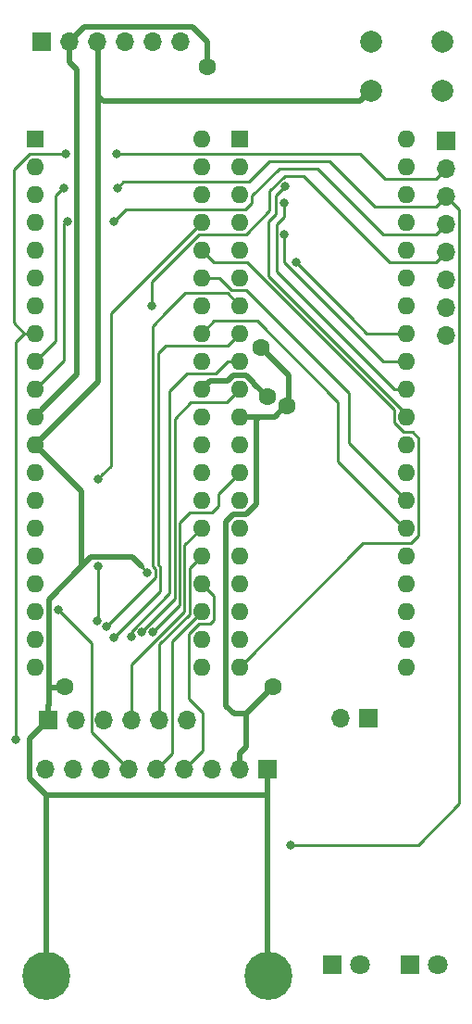
<source format=gbr>
%TF.GenerationSoftware,KiCad,Pcbnew,(5.1.10)-1*%
%TF.CreationDate,2021-10-22T16:43:04-07:00*%
%TF.ProjectId,z80_ssd,7a38305f-7373-4642-9e6b-696361645f70,rev?*%
%TF.SameCoordinates,Original*%
%TF.FileFunction,Copper,L1,Top*%
%TF.FilePolarity,Positive*%
%FSLAX46Y46*%
G04 Gerber Fmt 4.6, Leading zero omitted, Abs format (unit mm)*
G04 Created by KiCad (PCBNEW (5.1.10)-1) date 2021-10-22 16:43:04*
%MOMM*%
%LPD*%
G01*
G04 APERTURE LIST*
%TA.AperFunction,ComponentPad*%
%ADD10C,1.800000*%
%TD*%
%TA.AperFunction,ComponentPad*%
%ADD11R,1.800000X1.800000*%
%TD*%
%TA.AperFunction,ComponentPad*%
%ADD12C,4.400000*%
%TD*%
%TA.AperFunction,ComponentPad*%
%ADD13O,1.600000X1.600000*%
%TD*%
%TA.AperFunction,ComponentPad*%
%ADD14R,1.600000X1.600000*%
%TD*%
%TA.AperFunction,ComponentPad*%
%ADD15O,1.700000X1.700000*%
%TD*%
%TA.AperFunction,ComponentPad*%
%ADD16R,1.700000X1.700000*%
%TD*%
%TA.AperFunction,ComponentPad*%
%ADD17C,2.000000*%
%TD*%
%TA.AperFunction,ViaPad*%
%ADD18C,1.600000*%
%TD*%
%TA.AperFunction,ViaPad*%
%ADD19C,0.800000*%
%TD*%
%TA.AperFunction,Conductor*%
%ADD20C,0.500000*%
%TD*%
%TA.AperFunction,Conductor*%
%ADD21C,0.250000*%
%TD*%
G04 APERTURE END LIST*
D10*
%TO.P,D2,2*%
%TO.N,+5V*%
X180594000Y-132842000D03*
D11*
%TO.P,D2,1*%
%TO.N,Net-(D2-Pad1)*%
X178054000Y-132842000D03*
%TD*%
D12*
%TO.P,H2,1*%
%TO.N,GND*%
X165100000Y-133858000D03*
%TD*%
%TO.P,H1,1*%
%TO.N,GND*%
X144780000Y-133858000D03*
%TD*%
D10*
%TO.P,D1,2*%
%TO.N,+5V*%
X173482000Y-132842000D03*
D11*
%TO.P,D1,1*%
%TO.N,Net-(D1-Pad1)*%
X170942000Y-132842000D03*
%TD*%
D13*
%TO.P,U1,40*%
%TO.N,N/C*%
X177740000Y-57404000D03*
%TO.P,U1,20*%
%TO.N,/CPU_IORQ#*%
X162500000Y-105664000D03*
%TO.P,U1,39*%
%TO.N,N/C*%
X177740000Y-59944000D03*
%TO.P,U1,19*%
X162500000Y-103124000D03*
%TO.P,U1,38*%
X177740000Y-62484000D03*
%TO.P,U1,18*%
X162500000Y-100584000D03*
%TO.P,U1,37*%
%TO.N,/CPU_A7*%
X177740000Y-65024000D03*
%TO.P,U1,17*%
%TO.N,N/C*%
X162500000Y-98044000D03*
%TO.P,U1,36*%
%TO.N,/CPU_A6*%
X177740000Y-67564000D03*
%TO.P,U1,16*%
%TO.N,N/C*%
X162500000Y-95504000D03*
%TO.P,U1,35*%
%TO.N,/CPU_A5*%
X177740000Y-70104000D03*
%TO.P,U1,15*%
%TO.N,/CPU_D1*%
X162500000Y-92964000D03*
%TO.P,U1,34*%
%TO.N,/CPU_A4*%
X177740000Y-72644000D03*
%TO.P,U1,14*%
%TO.N,/CPU_D0*%
X162500000Y-90424000D03*
%TO.P,U1,33*%
%TO.N,/CPU_A3*%
X177740000Y-75184000D03*
%TO.P,U1,13*%
%TO.N,/CPU_D7*%
X162500000Y-87884000D03*
%TO.P,U1,32*%
%TO.N,/CPU_A2*%
X177740000Y-77724000D03*
%TO.P,U1,12*%
%TO.N,/CPU_D2*%
X162500000Y-85344000D03*
%TO.P,U1,31*%
%TO.N,/CPU_A1*%
X177740000Y-80264000D03*
%TO.P,U1,11*%
%TO.N,+5V*%
X162500000Y-82804000D03*
%TO.P,U1,30*%
%TO.N,/CPU_A0*%
X177740000Y-82804000D03*
%TO.P,U1,10*%
%TO.N,/CPU_D6*%
X162500000Y-80264000D03*
%TO.P,U1,29*%
%TO.N,GND*%
X177740000Y-85344000D03*
%TO.P,U1,9*%
%TO.N,/CPU_D5*%
X162500000Y-77724000D03*
%TO.P,U1,28*%
%TO.N,N/C*%
X177740000Y-87884000D03*
%TO.P,U1,8*%
%TO.N,/CPU_D3*%
X162500000Y-75184000D03*
%TO.P,U1,27*%
%TO.N,/CPU_M1#*%
X177740000Y-90424000D03*
%TO.P,U1,7*%
%TO.N,/CPU_D4*%
X162500000Y-72644000D03*
%TO.P,U1,26*%
%TO.N,/CPU_RESET#*%
X177740000Y-92964000D03*
%TO.P,U1,6*%
%TO.N,N/C*%
X162500000Y-70104000D03*
%TO.P,U1,25*%
X177740000Y-95504000D03*
%TO.P,U1,5*%
X162500000Y-67564000D03*
%TO.P,U1,24*%
%TO.N,/CPU_WAIT#*%
X177740000Y-98044000D03*
%TO.P,U1,4*%
%TO.N,N/C*%
X162500000Y-65024000D03*
%TO.P,U1,23*%
X177740000Y-100584000D03*
%TO.P,U1,3*%
X162500000Y-62484000D03*
%TO.P,U1,22*%
%TO.N,/CPU_WR#*%
X177740000Y-103124000D03*
%TO.P,U1,2*%
%TO.N,N/C*%
X162500000Y-59944000D03*
%TO.P,U1,21*%
%TO.N,/CPU_RD#*%
X177740000Y-105664000D03*
D14*
%TO.P,U1,1*%
%TO.N,N/C*%
X162500000Y-57404000D03*
%TD*%
D13*
%TO.P,U2,40*%
%TO.N,Net-(J1-Pad4)*%
X159004000Y-57404000D03*
%TO.P,U2,20*%
%TO.N,/MCU_D1*%
X143764000Y-105664000D03*
%TO.P,U2,39*%
%TO.N,/ICSP_PGC*%
X159004000Y-59944000D03*
%TO.P,U2,19*%
%TO.N,/MCU_D0*%
X143764000Y-103124000D03*
%TO.P,U2,38*%
%TO.N,/SD_CS#*%
X159004000Y-62484000D03*
%TO.P,U2,18*%
%TO.N,/SD_SCK*%
X143764000Y-100584000D03*
%TO.P,U2,37*%
%TO.N,/CPU_D_CE#*%
X159004000Y-65024000D03*
%TO.P,U2,17*%
%TO.N,/CPU_RD#*%
X143764000Y-98044000D03*
%TO.P,U2,36*%
%TO.N,/CPU_IORQ#*%
X159004000Y-67564000D03*
%TO.P,U2,16*%
%TO.N,/CPU_WR#*%
X143764000Y-95504000D03*
%TO.P,U2,35*%
%TO.N,/CPU_M1#*%
X159004000Y-70104000D03*
%TO.P,U2,15*%
%TO.N,/MCU_WAIT#*%
X143764000Y-92964000D03*
%TO.P,U2,34*%
%TO.N,/MCU_RB1*%
X159004000Y-72644000D03*
%TO.P,U2,14*%
%TO.N,/CPU_A6*%
X143764000Y-90424000D03*
%TO.P,U2,33*%
%TO.N,/CPU_RESET#*%
X159004000Y-75184000D03*
%TO.P,U2,13*%
%TO.N,/CPU_A7*%
X143764000Y-87884000D03*
%TO.P,U2,32*%
%TO.N,+5V*%
X159004000Y-77724000D03*
%TO.P,U2,12*%
%TO.N,GND*%
X143764000Y-85344000D03*
%TO.P,U2,31*%
X159004000Y-80264000D03*
%TO.P,U2,11*%
%TO.N,+5V*%
X143764000Y-82804000D03*
%TO.P,U2,30*%
%TO.N,/MCU_D7*%
X159004000Y-82804000D03*
%TO.P,U2,10*%
%TO.N,/MCU_RE2*%
X143764000Y-80264000D03*
%TO.P,U2,29*%
%TO.N,/MCU_D6*%
X159004000Y-85344000D03*
%TO.P,U2,9*%
%TO.N,/MCU_RE1*%
X143764000Y-77724000D03*
%TO.P,U2,28*%
%TO.N,/MCU_D5*%
X159004000Y-87884000D03*
%TO.P,U2,8*%
%TO.N,/MCU_RE0*%
X143764000Y-75184000D03*
%TO.P,U2,27*%
%TO.N,/MCU_D4*%
X159004000Y-90424000D03*
%TO.P,U2,7*%
%TO.N,/CPU_A5*%
X143764000Y-72644000D03*
%TO.P,U2,26*%
%TO.N,/UART_RX*%
X159004000Y-92964000D03*
%TO.P,U2,6*%
%TO.N,/CPU_A4*%
X143764000Y-70104000D03*
%TO.P,U2,25*%
%TO.N,/UART_TX*%
X159004000Y-95504000D03*
%TO.P,U2,5*%
%TO.N,/CPU_A3*%
X143764000Y-67564000D03*
%TO.P,U2,24*%
%TO.N,/SD_MOSI*%
X159004000Y-98044000D03*
%TO.P,U2,4*%
%TO.N,/CPU_A2*%
X143764000Y-65024000D03*
%TO.P,U2,23*%
%TO.N,/SD_MISO*%
X159004000Y-100584000D03*
%TO.P,U2,3*%
%TO.N,/CPU_A1*%
X143764000Y-62484000D03*
%TO.P,U2,22*%
%TO.N,/MCU_D3*%
X159004000Y-103124000D03*
%TO.P,U2,2*%
%TO.N,/CPU_A0*%
X143764000Y-59944000D03*
%TO.P,U2,21*%
%TO.N,/MCU_D2*%
X159004000Y-105664000D03*
D14*
%TO.P,U2,1*%
%TO.N,/MCLR#*%
X143764000Y-57404000D03*
%TD*%
D15*
%TO.P,J2,9*%
%TO.N,/MCU_RE1*%
X144680000Y-115000000D03*
%TO.P,J2,8*%
%TO.N,/MCU_RE0*%
X147220000Y-115000000D03*
%TO.P,J2,7*%
%TO.N,/SD_CS#*%
X149760000Y-115000000D03*
%TO.P,J2,6*%
%TO.N,/SD_SCK*%
X152300000Y-115000000D03*
%TO.P,J2,5*%
%TO.N,/SD_MISO*%
X154840000Y-115000000D03*
%TO.P,J2,4*%
%TO.N,/SD_MOSI*%
X157380000Y-115000000D03*
%TO.P,J2,3*%
%TO.N,N/C*%
X159920000Y-115000000D03*
%TO.P,J2,2*%
%TO.N,+5V*%
X162460000Y-115000000D03*
D16*
%TO.P,J2,1*%
%TO.N,GND*%
X165000000Y-115000000D03*
%TD*%
D15*
%TO.P,J3,6*%
%TO.N,Net-(J3-Pad2)*%
X157700000Y-110500000D03*
%TO.P,J3,5*%
%TO.N,/UART_TX*%
X155160000Y-110500000D03*
%TO.P,J3,4*%
%TO.N,/UART_RX*%
X152620000Y-110500000D03*
%TO.P,J3,3*%
%TO.N,N/C*%
X150080000Y-110500000D03*
%TO.P,J3,2*%
%TO.N,Net-(J3-Pad2)*%
X147540000Y-110500000D03*
D16*
%TO.P,J3,1*%
%TO.N,GND*%
X145000000Y-110500000D03*
%TD*%
D15*
%TO.P,JP1,2*%
%TO.N,/MCU_WAIT#*%
X171704000Y-110363000D03*
D16*
%TO.P,JP1,1*%
%TO.N,/CPU_WAIT#*%
X174244000Y-110363000D03*
%TD*%
D15*
%TO.P,J4,8*%
%TO.N,+5V*%
X181400000Y-75380000D03*
%TO.P,J4,7*%
%TO.N,N/C*%
X181400000Y-72840000D03*
%TO.P,J4,6*%
X181400000Y-70300000D03*
%TO.P,J4,5*%
%TO.N,/MCU_RB1*%
X181400000Y-67760000D03*
%TO.P,J4,4*%
%TO.N,/MCU_RE2*%
X181400000Y-65220000D03*
%TO.P,J4,3*%
%TO.N,/MCU_RE1*%
X181400000Y-62680000D03*
%TO.P,J4,2*%
%TO.N,/MCU_RE0*%
X181400000Y-60140000D03*
D16*
%TO.P,J4,1*%
%TO.N,GND*%
X181400000Y-57600000D03*
%TD*%
D17*
%TO.P,SW1,1*%
%TO.N,/MCLR#*%
X181000000Y-48500000D03*
%TO.P,SW1,2*%
%TO.N,GND*%
X181000000Y-53000000D03*
%TO.P,SW1,1*%
%TO.N,/MCLR#*%
X174500000Y-48500000D03*
%TO.P,SW1,2*%
%TO.N,GND*%
X174500000Y-53000000D03*
%TD*%
D15*
%TO.P,J1,6*%
%TO.N,N/C*%
X157080000Y-48500000D03*
%TO.P,J1,5*%
%TO.N,/ICSP_PGC*%
X154540000Y-48500000D03*
%TO.P,J1,4*%
%TO.N,Net-(J1-Pad4)*%
X152000000Y-48500000D03*
%TO.P,J1,3*%
%TO.N,GND*%
X149460000Y-48500000D03*
%TO.P,J1,2*%
%TO.N,+5V*%
X146920000Y-48500000D03*
D16*
%TO.P,J1,1*%
%TO.N,/MCLR#*%
X144380000Y-48500000D03*
%TD*%
D18*
%TO.N,GND*%
X164999956Y-81000000D03*
D19*
X154055000Y-97055000D03*
D18*
X146485999Y-107474990D03*
%TO.N,+5V*%
X164473999Y-76473999D03*
X166800000Y-81800000D03*
X165500000Y-107474990D03*
X159512000Y-50800000D03*
D19*
%TO.N,/CPU_D_CE#*%
X149500000Y-96500000D03*
X149500000Y-88500000D03*
X149434686Y-101457862D03*
%TO.N,/CPU_D3*%
X151000000Y-103000000D03*
%TO.N,/CPU_D4*%
X150274990Y-102000000D03*
%TO.N,/CPU_D5*%
X152568793Y-102882084D03*
%TO.N,/CPU_D6*%
X153511605Y-102513714D03*
%TO.N,/CPU_D7*%
X154512660Y-102512660D03*
%TO.N,/SD_SCK*%
X145864011Y-100481118D03*
%TO.N,/CPU_A0*%
X166675165Y-61750155D03*
%TO.N,/CPU_A1*%
X166575021Y-63289237D03*
%TO.N,/CPU_A2*%
X166587010Y-66190402D03*
%TO.N,/CPU_A3*%
X167651956Y-68709637D03*
%TO.N,/MCU_RB1*%
X154444000Y-72644000D03*
%TO.N,/MCU_RE1*%
X146400000Y-61900000D03*
X151300002Y-61900000D03*
X167132000Y-121920000D03*
%TO.N,/MCU_RE0*%
X146600000Y-58800000D03*
X151200000Y-58800000D03*
X141986000Y-112268000D03*
%TO.N,/MCU_RE2*%
X146700000Y-65000000D03*
X151000000Y-65000000D03*
%TD*%
D20*
%TO.N,GND*%
X163750001Y-79750045D02*
X164999956Y-81000000D01*
X163750001Y-79663999D02*
X163750001Y-79750045D01*
X163100001Y-79013999D02*
X163750001Y-79663999D01*
X161899999Y-79013999D02*
X163100001Y-79013999D01*
X161413998Y-79500000D02*
X161899999Y-79013999D01*
X159768000Y-79500000D02*
X161413998Y-79500000D01*
X159004000Y-80264000D02*
X159768000Y-79500000D01*
X148000000Y-89580000D02*
X148000000Y-96500000D01*
X143764000Y-85344000D02*
X148000000Y-89580000D01*
X148000000Y-96500000D02*
X148850001Y-95649999D01*
X148850001Y-95649999D02*
X152649999Y-95649999D01*
X152649999Y-95649999D02*
X153500000Y-96500000D01*
X149500000Y-48540000D02*
X149460000Y-48500000D01*
X149500000Y-52500000D02*
X149500000Y-48540000D01*
X173500001Y-53999999D02*
X174500000Y-53000000D01*
X149500000Y-53500000D02*
X150000000Y-54000000D01*
X149500000Y-52500000D02*
X149500000Y-53500000D01*
X170000000Y-54000000D02*
X173500001Y-53999999D01*
X150000000Y-54000000D02*
X170000000Y-54000000D01*
X149500000Y-79608000D02*
X143764000Y-85344000D01*
X149500000Y-52500000D02*
X149500000Y-79608000D01*
D21*
X153500000Y-96500000D02*
X154055000Y-97055000D01*
D20*
X145000000Y-110500000D02*
X145000000Y-109150000D01*
X145014001Y-99485999D02*
X148000000Y-96500000D01*
X145000000Y-109150000D02*
X145014001Y-109135999D01*
X145014001Y-109135999D02*
X145014001Y-107514001D01*
X145014001Y-107514001D02*
X145014001Y-99485999D01*
X145014001Y-107514001D02*
X146446988Y-107514001D01*
X146446988Y-107514001D02*
X146485999Y-107474990D01*
X143257998Y-112242002D02*
X145000000Y-110500000D01*
X165100000Y-133604000D02*
X164846000Y-133858000D01*
X165000000Y-115000000D02*
X165100000Y-115100000D01*
X144780000Y-117348000D02*
X144780000Y-133858000D01*
X164848000Y-117348000D02*
X144780000Y-117348000D01*
X143257998Y-115825998D02*
X144780000Y-117348000D01*
X143257998Y-112242002D02*
X143257998Y-115825998D01*
X165000000Y-133758000D02*
X165100000Y-133858000D01*
X165000000Y-115000000D02*
X165000000Y-133758000D01*
%TO.N,+5V*%
X167000000Y-79000000D02*
X164473999Y-76473999D01*
X167000000Y-81500000D02*
X167000000Y-79000000D01*
X164304000Y-82804000D02*
X165696000Y-82804000D01*
X162500000Y-82804000D02*
X164304000Y-82804000D01*
X147600000Y-52500000D02*
X147600000Y-51100000D01*
X146920000Y-50420000D02*
X146920000Y-48500000D01*
X147600000Y-51100000D02*
X146920000Y-50420000D01*
X162460000Y-115000000D02*
X162460000Y-113540000D01*
X163050000Y-112950000D02*
X163050000Y-112000000D01*
X162460000Y-113540000D02*
X163050000Y-112950000D01*
X163050000Y-112000000D02*
X163050000Y-109950000D01*
X161950000Y-109950000D02*
X163050000Y-109950000D01*
X161249999Y-109249999D02*
X161950000Y-109950000D01*
X161899999Y-91713999D02*
X161249999Y-92363999D01*
X163060003Y-91713999D02*
X161899999Y-91713999D01*
X164000000Y-90774002D02*
X163060003Y-91713999D01*
X164000000Y-83108000D02*
X164000000Y-90774002D01*
X161249999Y-92363999D02*
X161249999Y-109249999D01*
X164304000Y-82804000D02*
X164000000Y-83108000D01*
X166750000Y-81750000D02*
X166800000Y-81800000D01*
X165696000Y-82804000D02*
X166750000Y-81750000D01*
X166800000Y-81800000D02*
X167000000Y-81500000D01*
X163050000Y-109950000D02*
X165500000Y-107500000D01*
X165500000Y-107500000D02*
X165500000Y-107474990D01*
X144563999Y-82004001D02*
X143764000Y-82804000D01*
X147600000Y-78968000D02*
X144563999Y-82004001D01*
X147600000Y-52500000D02*
X147600000Y-78968000D01*
X159512000Y-50800000D02*
X159512000Y-48514000D01*
X148220001Y-47199999D02*
X146920000Y-48500000D01*
X158197999Y-47199999D02*
X148220001Y-47199999D01*
X159512000Y-48514000D02*
X158197999Y-47199999D01*
D21*
%TO.N,/CPU_D_CE#*%
X149500000Y-96500000D02*
X149500000Y-101392548D01*
X149500000Y-101392548D02*
X149434686Y-101457862D01*
X149899999Y-88100001D02*
X149500000Y-88500000D01*
X150700000Y-87300000D02*
X149899999Y-88100001D01*
X150700000Y-73328000D02*
X150700000Y-87300000D01*
X159004000Y-65024000D02*
X150700000Y-73328000D01*
%TO.N,/CPU_IORQ#*%
X160129001Y-68689001D02*
X163189001Y-68689001D01*
X159004000Y-67564000D02*
X160129001Y-68689001D01*
X177489997Y-84218999D02*
X178280001Y-84218999D01*
X176614999Y-83344001D02*
X177489997Y-84218999D01*
X176614999Y-82114999D02*
X176614999Y-83344001D01*
X163189001Y-68689001D02*
X176614999Y-82114999D01*
X178865001Y-84803999D02*
X178865001Y-93634999D01*
X178280001Y-84218999D02*
X178865001Y-84803999D01*
X173785001Y-94378999D02*
X162500000Y-105664000D01*
X178121001Y-94378999D02*
X173785001Y-94378999D01*
X178865001Y-93634999D02*
X178121001Y-94378999D01*
%TO.N,/UART_RX*%
X159004000Y-92964000D02*
X157428988Y-94539012D01*
X157428988Y-94539012D02*
X157428988Y-100644014D01*
X152620000Y-105453002D02*
X152620000Y-109297919D01*
X152620000Y-109297919D02*
X152620000Y-110500000D01*
X157428988Y-100644014D02*
X152620000Y-105453002D01*
%TO.N,/UART_TX*%
X159004000Y-95504000D02*
X157878999Y-96629001D01*
X157878999Y-100830414D02*
X155160000Y-103549413D01*
X157878999Y-96629001D02*
X157878999Y-100830414D01*
X155160000Y-103549413D02*
X155160000Y-109297919D01*
X155160000Y-109297919D02*
X155160000Y-110500000D01*
%TO.N,/CPU_D3*%
X151000000Y-103000000D02*
X155230012Y-98769988D01*
X155230012Y-98769988D02*
X155230012Y-96520599D01*
X155690999Y-76309001D02*
X161374999Y-76309001D01*
X155230012Y-96520599D02*
X155000000Y-96290587D01*
X155000000Y-77000000D02*
X155690999Y-76309001D01*
X161374999Y-76309001D02*
X162500000Y-75184000D01*
X155000000Y-96290587D02*
X155000000Y-77000000D01*
%TO.N,/CPU_D4*%
X161374999Y-71518999D02*
X162500000Y-72644000D01*
X157481001Y-71518999D02*
X161374999Y-71518999D01*
X157000000Y-72000000D02*
X157481001Y-71518999D01*
X155500000Y-73500000D02*
X157000000Y-72000000D01*
X157000000Y-72000000D02*
X154500000Y-74500000D01*
X154780001Y-96706999D02*
X154780001Y-97494989D01*
X154780001Y-97494989D02*
X150274990Y-102000000D01*
X154500000Y-74500000D02*
X154500000Y-96426998D01*
X154500000Y-96426998D02*
X154780001Y-96706999D01*
%TO.N,/CPU_D5*%
X152568793Y-102882084D02*
X152568793Y-102431207D01*
X152568793Y-102431207D02*
X156078955Y-98921043D01*
X156078955Y-98921043D02*
X156078955Y-80421045D01*
X161368630Y-77724000D02*
X162500000Y-77724000D01*
X160243629Y-78849001D02*
X161368630Y-77724000D01*
X157650999Y-78849001D02*
X160243629Y-78849001D01*
X156078955Y-80421045D02*
X157650999Y-78849001D01*
%TO.N,/CPU_D6*%
X161264000Y-81500000D02*
X158000000Y-81500000D01*
X156528966Y-99451861D02*
X153511605Y-102469222D01*
X162500000Y-80264000D02*
X161264000Y-81500000D01*
X156528966Y-82971034D02*
X156528966Y-99451861D01*
X158000000Y-81500000D02*
X156528966Y-82971034D01*
X153511605Y-102469222D02*
X153511605Y-102513714D01*
%TO.N,/CPU_D7*%
X160500000Y-89884000D02*
X160500000Y-91000000D01*
X156978977Y-92521023D02*
X156978977Y-100046343D01*
X162500000Y-87884000D02*
X160500000Y-89884000D01*
X160500000Y-91000000D02*
X159950999Y-91549001D01*
X159950999Y-91549001D02*
X157950999Y-91549001D01*
X157950999Y-91549001D02*
X156978977Y-92521023D01*
X156978977Y-100046343D02*
X154512660Y-102512660D01*
%TO.N,/MCLR#*%
X174000000Y-48000000D02*
X174500000Y-48500000D01*
%TO.N,/SD_SCK*%
X152300000Y-115000000D02*
X148904999Y-111604999D01*
X148904999Y-103522106D02*
X145864011Y-100481118D01*
X148904999Y-111604999D02*
X148904999Y-103522106D01*
%TO.N,/SD_MOSI*%
X159100000Y-113280000D02*
X157380000Y-115000000D01*
X157861000Y-108561000D02*
X159100000Y-109800000D01*
X157861000Y-102639000D02*
X157861000Y-108561000D01*
X158790999Y-101709001D02*
X157861000Y-102639000D01*
X159790999Y-101709001D02*
X158790999Y-101709001D01*
X159100000Y-109800000D02*
X159100000Y-113280000D01*
X160129001Y-101370999D02*
X159790999Y-101709001D01*
X160129001Y-99169001D02*
X160129001Y-101370999D01*
X159004000Y-98044000D02*
X160129001Y-99169001D01*
%TO.N,/SD_MISO*%
X156295001Y-113544999D02*
X154840000Y-115000000D01*
X156295001Y-111104001D02*
X156295001Y-113544999D01*
X156335001Y-111064001D02*
X156295001Y-111104001D01*
X156335001Y-109935999D02*
X156335001Y-111064001D01*
X156295001Y-109895999D02*
X156335001Y-109935999D01*
X156295001Y-103292999D02*
X156295001Y-109895999D01*
X159004000Y-100584000D02*
X156295001Y-103292999D01*
%TO.N,/CPU_A0*%
X165825166Y-62600154D02*
X166675165Y-61750155D01*
X165825166Y-64274834D02*
X165825166Y-62600154D01*
X165125010Y-64974990D02*
X165825166Y-64274834D01*
X165125010Y-69988600D02*
X165125010Y-64974990D01*
X177740000Y-82603590D02*
X165125010Y-69988600D01*
X177740000Y-82804000D02*
X177740000Y-82603590D01*
%TO.N,/CPU_A1*%
X166575021Y-64524979D02*
X166575021Y-63289237D01*
X165862000Y-69517370D02*
X165862000Y-65238000D01*
X165862000Y-65238000D02*
X166575021Y-64524979D01*
X176608630Y-80264000D02*
X165862000Y-69517370D01*
X177740000Y-80264000D02*
X176608630Y-80264000D01*
%TO.N,/CPU_A2*%
X166587010Y-66190402D02*
X166587010Y-68670010D01*
X175641000Y-77724000D02*
X176784000Y-77724000D01*
X166587010Y-68670010D02*
X175641000Y-77724000D01*
X176784000Y-77724000D02*
X177740000Y-77724000D01*
%TO.N,/CPU_A3*%
X174117000Y-75184000D02*
X177740000Y-75184000D01*
X172729319Y-73796319D02*
X174117000Y-75184000D01*
X172729319Y-73787000D02*
X172729319Y-73796319D01*
X167651956Y-68709637D02*
X172729319Y-73787000D01*
%TO.N,/CPU_RESET#*%
X171500000Y-86900000D02*
X177564000Y-92964000D01*
X171500000Y-81500000D02*
X171500000Y-86900000D01*
X164058999Y-74058999D02*
X171500000Y-81500000D01*
X177564000Y-92964000D02*
X177740000Y-92964000D01*
X160129001Y-74058999D02*
X164058999Y-74058999D01*
X159004000Y-75184000D02*
X160129001Y-74058999D01*
%TO.N,/MCU_RB1*%
X163040001Y-66149001D02*
X165200000Y-63989002D01*
X158753997Y-66149001D02*
X163040001Y-66149001D01*
X154444000Y-72644000D02*
X154444000Y-70458998D01*
X154444000Y-70458998D02*
X158753997Y-66149001D01*
X165200000Y-63989002D02*
X165200000Y-62200000D01*
X165200000Y-62200000D02*
X166600000Y-60800000D01*
X166600000Y-60800000D02*
X168300000Y-60800000D01*
X180470999Y-68689001D02*
X181400000Y-67760000D01*
X176189001Y-68689001D02*
X180470999Y-68689001D01*
X168300000Y-60800000D02*
X176189001Y-68689001D01*
%TO.N,/MCU_RE1*%
X143764000Y-77724000D02*
X144588000Y-76900000D01*
X144588000Y-76900000D02*
X145600000Y-75888000D01*
X145600000Y-75888000D02*
X145600000Y-62600000D01*
X145600000Y-62600000D02*
X146400000Y-61800000D01*
X146400000Y-61800000D02*
X146400000Y-61900000D01*
X170700000Y-59500000D02*
X165200000Y-59500000D01*
X165200000Y-59500000D02*
X163341001Y-61358999D01*
X181400000Y-62680000D02*
X180470999Y-63609001D01*
X180470999Y-63609001D02*
X174809001Y-63609001D01*
X174809001Y-63609001D02*
X170700000Y-59500000D01*
X163341001Y-61358999D02*
X151841003Y-61358999D01*
X151841003Y-61358999D02*
X151300002Y-61900000D01*
X167132000Y-121920000D02*
X178816000Y-121920000D01*
X182575001Y-63855001D02*
X181400000Y-62680000D01*
X182575001Y-118160999D02*
X182575001Y-63855001D01*
X178816000Y-121920000D02*
X182575001Y-118160999D01*
%TO.N,/MCU_RE0*%
X143764000Y-75184000D02*
X142784000Y-75184000D01*
X142784000Y-75184000D02*
X141800000Y-74200000D01*
X141800000Y-60242998D02*
X143242998Y-58800000D01*
X141800000Y-74200000D02*
X141800000Y-60242998D01*
X143242998Y-58800000D02*
X146500000Y-58800000D01*
X146500000Y-58800000D02*
X146600000Y-58800000D01*
X180470999Y-61069001D02*
X181400000Y-60140000D01*
X175769001Y-61069001D02*
X180470999Y-61069001D01*
X173500000Y-58800000D02*
X175769001Y-61069001D01*
X151200000Y-58800000D02*
X173500000Y-58800000D01*
X141986000Y-75982000D02*
X142784000Y-75184000D01*
X141986000Y-112268000D02*
X141986000Y-75982000D01*
X143764000Y-75184000D02*
X143764000Y-74930000D01*
%TO.N,/MCU_RE2*%
X143764000Y-80264000D02*
X146400000Y-77628000D01*
X146400000Y-77628000D02*
X146400000Y-65200000D01*
X146400000Y-65200000D02*
X146600000Y-65000000D01*
X146600000Y-65000000D02*
X146700000Y-65000000D01*
X180470999Y-66149001D02*
X181400000Y-65220000D01*
X175649001Y-66149001D02*
X180470999Y-66149001D01*
X169600000Y-60100000D02*
X175649001Y-66149001D01*
X166100000Y-60100000D02*
X169600000Y-60100000D01*
X163625001Y-62574999D02*
X166100000Y-60100000D01*
X163625001Y-63274999D02*
X163625001Y-62574999D01*
X163001001Y-63898999D02*
X163625001Y-63274999D01*
X152101001Y-63898999D02*
X163001001Y-63898999D01*
X151000000Y-65000000D02*
X152101001Y-63898999D01*
%TO.N,/CPU_M1#*%
X160596411Y-70104000D02*
X159004000Y-70104000D01*
X161721412Y-71229001D02*
X160596411Y-70104000D01*
X163092590Y-71229001D02*
X161721412Y-71229001D01*
X172500000Y-80636411D02*
X163092590Y-71229001D01*
X172500000Y-85184000D02*
X172500000Y-80636411D01*
X177740000Y-90424000D02*
X172500000Y-85184000D01*
%TD*%
M02*

</source>
